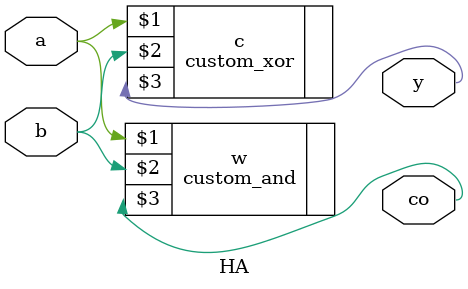
<source format=v>
module HA(input a,b,output y,co);
    custom_xor c (a,b,y);
    custom_and w (a,b,co);
endmodule
</source>
